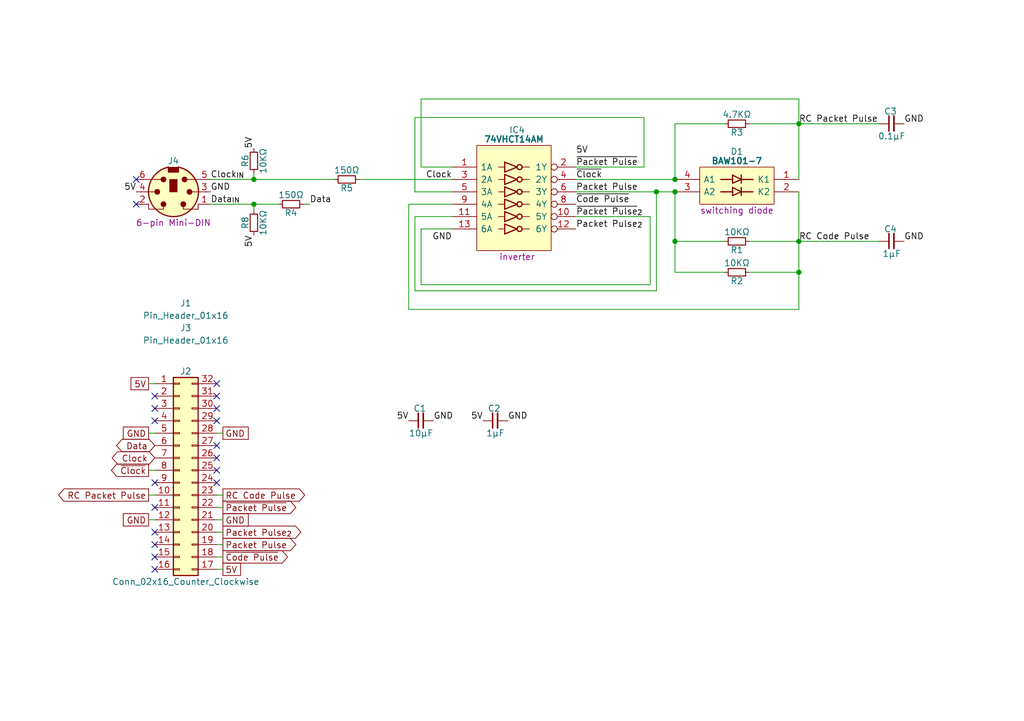
<source format=kicad_sch>
(kicad_sch (version 20250114) (generator "eeschema") (generator_version "9.0")
  (paper "A5")
  (title_block (title "PS2 Timing") (date "2024-02-19") (rev "V1"))
  (lib_symbols
    (symbol "Connector_Generic:Conn_02x16_Counter_Clockwise" (pin_names (offset 1.016) (hide yes))
      (property "Reference" "J" (at 1.27 20.32 0))
      (property "Value" "Conn_02x16_Counter_Clockwise" (at 1.27 -22.86 0))
      (symbol "Conn_02x16_Counter_Clockwise_1_1"
        (rectangle (start -1.27 19.05) (end 3.81 -21.59) (stroke (width 0.254)) (fill (type background)))
        (rectangle (start -1.27 17.907) (end 0 17.653) (stroke (width 0.1524)))
        (rectangle (start -1.27 15.367) (end 0 15.113) (stroke (width 0.1524)))
        (rectangle (start -1.27 12.827) (end 0 12.573) (stroke (width 0.1524)))
        (rectangle (start -1.27 10.287) (end 0 10.033) (stroke (width 0.1524)))
        (rectangle (start -1.27 7.747) (end 0 7.493) (stroke (width 0.1524)))
        (rectangle (start -1.27 5.207) (end 0 4.953) (stroke (width 0.1524)))
        (rectangle (start -1.27 2.667) (end 0 2.413) (stroke (width 0.1524)))
        (rectangle (start -1.27 0.127) (end 0 -0.127) (stroke (width 0.1524)))
        (rectangle (start -1.27 -2.413) (end 0 -2.667) (stroke (width 0.1524)))
        (rectangle (start -1.27 -4.953) (end 0 -5.207) (stroke (width 0.1524)))
        (rectangle (start -1.27 -7.493) (end 0 -7.747) (stroke (width 0.1524)))
        (rectangle (start -1.27 -10.033) (end 0 -10.287) (stroke (width 0.1524)))
        (rectangle (start -1.27 -12.573) (end 0 -12.827) (stroke (width 0.1524)))
        (rectangle (start -1.27 -15.113) (end 0 -15.367) (stroke (width 0.1524)))
        (rectangle (start -1.27 -17.653) (end 0 -17.907) (stroke (width 0.1524)))
        (rectangle (start -1.27 -20.193) (end 0 -20.447) (stroke (width 0.1524)))
        (rectangle (start 3.81 17.907) (end 2.54 17.653) (stroke (width 0.1524)))
        (rectangle (start 3.81 15.367) (end 2.54 15.113) (stroke (width 0.1524)))
        (rectangle (start 3.81 12.827) (end 2.54 12.573) (stroke (width 0.1524)))
        (rectangle (start 3.81 10.287) (end 2.54 10.033) (stroke (width 0.1524)))
        (rectangle (start 3.81 7.747) (end 2.54 7.493) (stroke (width 0.1524)))
        (rectangle (start 3.81 5.207) (end 2.54 4.953) (stroke (width 0.1524)))
        (rectangle (start 3.81 2.667) (end 2.54 2.413) (stroke (width 0.1524)))
        (rectangle (start 3.81 0.127) (end 2.54 -0.127) (stroke (width 0.1524)))
        (rectangle (start 3.81 -2.413) (end 2.54 -2.667) (stroke (width 0.1524)))
        (rectangle (start 3.81 -4.953) (end 2.54 -5.207) (stroke (width 0.1524)))
        (rectangle (start 3.81 -7.493) (end 2.54 -7.747) (stroke (width 0.1524)))
        (rectangle (start 3.81 -10.033) (end 2.54 -10.287) (stroke (width 0.1524)))
        (rectangle (start 3.81 -12.573) (end 2.54 -12.827) (stroke (width 0.1524)))
        (rectangle (start 3.81 -15.113) (end 2.54 -15.367) (stroke (width 0.1524)))
        (rectangle (start 3.81 -17.653) (end 2.54 -17.907) (stroke (width 0.1524)))
        (rectangle (start 3.81 -20.193) (end 2.54 -20.447) (stroke (width 0.1524)))
        (pin passive line (at -5.08 17.78 0) (length 3.81) (name "Pin_1") (number "1"))
        (pin passive line (at -5.08 15.24 0) (length 3.81) (name "Pin_2") (number "2"))
        (pin passive line (at -5.08 12.7 0) (length 3.81) (name "Pin_3") (number "3"))
        (pin passive line (at -5.08 10.16 0) (length 3.81) (name "Pin_4") (number "4"))
        (pin passive line (at -5.08 7.62 0) (length 3.81) (name "Pin_5") (number "5"))
        (pin passive line (at -5.08 5.08 0) (length 3.81) (name "Pin_6") (number "6"))
        (pin passive line (at -5.08 2.54 0) (length 3.81) (name "Pin_7") (number "7"))
        (pin passive line (at -5.08 0 0) (length 3.81) (name "Pin_8") (number "8"))
        (pin passive line (at -5.08 -2.54 0) (length 3.81) (name "Pin_9") (number "9"))
        (pin passive line (at -5.08 -5.08 0) (length 3.81) (name "Pin_10") (number "10"))
        (pin passive line (at -5.08 -7.62 0) (length 3.81) (name "Pin_11") (number "11"))
        (pin passive line (at -5.08 -10.16 0) (length 3.81) (name "Pin_12") (number "12"))
        (pin passive line (at -5.08 -12.7 0) (length 3.81) (name "Pin_13") (number "13"))
        (pin passive line (at -5.08 -15.24 0) (length 3.81) (name "Pin_14") (number "14"))
        (pin passive line (at -5.08 -17.78 0) (length 3.81) (name "Pin_15") (number "15"))
        (pin passive line (at -5.08 -20.32 0) (length 3.81) (name "Pin_16") (number "16"))
        (pin passive line (at 7.62 17.78 180) (length 3.81) (name "Pin_32") (number "32"))
        (pin passive line (at 7.62 15.24 180) (length 3.81) (name "Pin_31") (number "31"))
        (pin passive line (at 7.62 12.7 180) (length 3.81) (name "Pin_30") (number "30"))
        (pin passive line (at 7.62 10.16 180) (length 3.81) (name "Pin_29") (number "29"))
        (pin passive line (at 7.62 7.62 180) (length 3.81) (name "Pin_28") (number "28"))
        (pin passive line (at 7.62 5.08 180) (length 3.81) (name "Pin_27") (number "27"))
        (pin passive line (at 7.62 2.54 180) (length 3.81) (name "Pin_26") (number "26"))
        (pin passive line (at 7.62 0 180) (length 3.81) (name "Pin_25") (number "25"))
        (pin passive line (at 7.62 -2.54 180) (length 3.81) (name "Pin_24") (number "24"))
        (pin passive line (at 7.62 -5.08 180) (length 3.81) (name "Pin_23") (number "23"))
        (pin passive line (at 7.62 -7.62 180) (length 3.81) (name "Pin_22") (number "22"))
        (pin passive line (at 7.62 -10.16 180) (length 3.81) (name "Pin_21") (number "21"))
        (pin passive line (at 7.62 -12.7 180) (length 3.81) (name "Pin_20") (number "20"))
        (pin passive line (at 7.62 -15.24 180) (length 3.81) (name "Pin_19") (number "19"))
        (pin passive line (at 7.62 -17.78 180) (length 3.81) (name "Pin_18") (number "18"))
        (pin passive line (at 7.62 -20.32 180) (length 3.81) (name "Pin_17") (number "17"))
      )
    )
    (symbol "Diodes_Inc:BAW101-7" (pin_names (offset 0.762))
      (property "Reference" "D" (at 12.7 5.715 0))
      (property "Value" "BAW101-7" (at 12.7 3.81 0))
      (property "Description" "switching diode" (at 12.7 -6.35 0))
      (symbol "BAW101-7_0_1"
        (polyline (pts (xy 5.08 2.54) (xy 20.32 2.54) (xy 20.32 -5.08) (xy 5.08 -5.08) (xy 5.08 2.54)) (stroke (width 0.1524)) (fill (type background)))
        (polyline (pts (xy 9.398 0) (xy 11.811 0)) (stroke (width 0.254)))
        (polyline (pts (xy 9.398 -2.54) (xy 11.811 -2.54)) (stroke (width 0.254)))
        (polyline (pts (xy 11.811 0.889) (xy 11.811 -0.762)) (stroke (width 0.254)))
        (polyline (pts (xy 11.811 -1.651) (xy 11.811 -3.302)) (stroke (width 0.254)))
        (polyline (pts (xy 13.589 0.889) (xy 13.589 -0.762) (xy 11.811 0) (xy 13.589 0.889)) (stroke (width 0.254)))
        (polyline (pts (xy 13.589 0) (xy 16.002 0)) (stroke (width 0.254)))
        (polyline (pts (xy 13.589 -1.651) (xy 13.589 -3.302) (xy 11.811 -2.54) (xy 13.589 -1.651)) (stroke (width 0.254)))
        (polyline (pts (xy 13.589 -2.54) (xy 16.002 -2.54)) (stroke (width 0.254)))
      )
      (symbol "BAW101-7_1_0"
        (pin passive line (at 0 0 0) (length 5.08) (name "K1") (number "1"))
        (pin passive line (at 0 -2.54 0) (length 5.08) (name "K2") (number "2"))
        (pin passive line (at 25.4 0 180) (length 5.08) (name "A1") (number "4"))
        (pin passive line (at 25.4 -2.54 180) (length 5.08) (name "A2") (number "3"))
      )
    )
    (symbol "HCP65:C_0805" (pin_numbers (hide yes)) (pin_names (offset 0.254) (hide yes))
      (property "Reference" "C" (at 2.286 2.54 0))
      (property "Value" "?μF" (at 2.54 -2.54 0))
      (symbol "C_0805_0_1"
        (polyline (pts (xy 1.9685 -1.4605) (xy 1.9685 1.5875)) (stroke (width 0.3048)))
        (polyline (pts (xy 2.9845 -1.4605) (xy 2.9845 1.5875)) (stroke (width 0.3302)))
      )
      (symbol "C_0805_1_1"
        (pin passive line (at 0 0 0) (length 2.032) (name "~") (number "1"))
        (pin passive line (at 5.08 0 180) (length 2.032) (name "~") (number "2"))
      )
    )
    (symbol "HCP65:Pin_Header_01x32" (pin_names (offset 1.016) (hide yes))
      (property "Reference" "J" (at 0 1.27 0))
      (property "Value" "Pin_Header_01x32" (at 0 -1.27 0))
    )
    (symbol "ON_Semiconductor:74VHCT14AM" (pin_names (offset 0.762))
      (property "Reference" "IC" (at 12.7 7.62 0))
      (property "Value" "74VHCT14AM" (at 12.7 5.715 0))
      (property "Description" "inverter" (at 13.335 -18.415 0))
      (symbol "74VHCT14AM_0_0"
        (pin input line (at 0 0 0) (length 5.08) (name "1A") (number "1"))
        (pin input line (at 0 -2.54 0) (length 5.08) (name "2A") (number "3"))
        (pin input line (at 0 -5.08 0) (length 5.08) (name "3A") (number "5"))
        (pin input line (at 0 -7.62 0) (length 5.08) (name "4A") (number "9"))
        (pin input line (at 0 -10.16 0) (length 5.08) (name "5A") (number "11"))
        (pin input line (at 0 -12.7 0) (length 5.08) (name "6A") (number "13"))
        (pin passive line (at 0 -15.24 0) (length 5.08) (hide yes) (name "GND") (number "7"))
        (pin passive line (at 25.4 2.54 180) (length 5.08) (hide yes) (name "5V") (number "14"))
        (pin output inverted (at 25.4 0 180) (length 5.08) (name "1Y") (number "2"))
        (pin output inverted (at 25.4 -2.54 180) (length 5.08) (name "2Y") (number "4"))
        (pin output inverted (at 25.4 -5.08 180) (length 5.08) (name "3Y") (number "6"))
        (pin output inverted (at 25.4 -7.62 180) (length 5.08) (name "4Y") (number "8"))
        (pin output inverted (at 25.4 -10.16 180) (length 5.08) (name "5Y") (number "10"))
        (pin output inverted (at 25.4 -12.7 180) (length 5.08) (name "6Y") (number "12"))
      )
      (symbol "74VHCT14AM_0_1"
        (polyline (pts (xy 5.08 4.445) (xy 20.32 4.445) (xy 20.32 -17.145) (xy 5.08 -17.145) (xy 5.08 4.445)) (stroke (width 0.1524)) (fill (type background)))
        (polyline (pts (xy 9.525 0) (xy 10.7949 0)))
        (polyline (pts (xy 9.525 -2.54) (xy 10.7949 -2.54)))
        (polyline (pts (xy 9.525 -5.08) (xy 10.7949 -5.08)))
        (polyline (pts (xy 9.525 -7.62) (xy 10.7949 -7.62)))
        (polyline (pts (xy 9.525 -10.16) (xy 10.7949 -10.16)))
        (polyline (pts (xy 9.525 -12.7) (xy 10.7949 -12.7)))
        (rectangle (start 10.795 1.016) (end 10.795 -1.016) (stroke (width 0.254)) (fill (type background)))
        (polyline (pts (xy 10.795 -1.016) (xy 13.335 0) (xy 10.795 1.016)) (stroke (width 0.254)))
        (rectangle (start 10.795 -1.524) (end 10.795 -3.556) (stroke (width 0.254)) (fill (type background)))
        (polyline (pts (xy 10.795 -3.556) (xy 13.335 -2.54) (xy 10.795 -1.524)) (stroke (width 0.254)))
        (rectangle (start 10.795 -4.064) (end 10.795 -6.096) (stroke (width 0.254)) (fill (type background)))
        (polyline (pts (xy 10.795 -6.096) (xy 13.335 -5.08) (xy 10.795 -4.064)) (stroke (width 0.254)))
        (rectangle (start 10.795 -6.604) (end 10.795 -8.636) (stroke (width 0.254)) (fill (type background)))
        (polyline (pts (xy 10.795 -8.636) (xy 13.335 -7.62) (xy 10.795 -6.604)) (stroke (width 0.254)))
        (rectangle (start 10.795 -9.144) (end 10.795 -11.176) (stroke (width 0.254)) (fill (type background)))
        (polyline (pts (xy 10.795 -11.176) (xy 13.335 -10.16) (xy 10.795 -9.144)) (stroke (width 0.254)))
        (rectangle (start 10.795 -11.684) (end 10.795 -13.716) (stroke (width 0.254)) (fill (type background)))
        (polyline (pts (xy 10.795 -13.716) (xy 13.335 -12.7) (xy 10.795 -11.684)) (stroke (width 0.254)))
        (circle (center 13.843 0) (radius 0.508) (stroke (width 0.254)))
        (circle (center 13.843 -2.54) (radius 0.508) (stroke (width 0.254)))
        (circle (center 13.843 -5.08) (radius 0.508) (stroke (width 0.254)))
        (circle (center 13.843 -7.62) (radius 0.508) (stroke (width 0.254)))
        (circle (center 13.843 -10.16) (radius 0.508) (stroke (width 0.254)))
        (circle (center 13.843 -12.7) (radius 0.508) (stroke (width 0.254)))
        (polyline (pts (xy 14.351 0) (xy 15.875 0)))
        (polyline (pts (xy 14.351 -2.54) (xy 15.875 -2.54)))
        (polyline (pts (xy 14.351 -5.08) (xy 15.875 -5.08)))
        (polyline (pts (xy 14.351 -7.62) (xy 15.875 -7.62)))
        (polyline (pts (xy 14.351 -10.16) (xy 15.875 -10.16)))
        (polyline (pts (xy 14.351 -12.7) (xy 15.875 -12.7)))
      )
    )
    (symbol "RS_Components:TM-0508 A/6" (pin_names (offset 1.016))
      (property "Reference" "J" (at 0 6.35 0))
      (property "Description" "6-pin Mini-DIN" (at 0 -6.35 0))
      (symbol "TM-0508 A/6_0_1"
        (polyline (pts (xy -3.81 0) (xy -5.08 0)))
        (polyline (pts (xy -2.54 2.54) (xy -5.08 2.54)))
        (polyline (pts (xy -2.032 -3.048) (xy -2.032 -3.556) (xy -5.08 -3.556) (xy -5.08 -2.54)))
        (polyline (pts (xy -1.016 5.08) (xy -1.016 4.064) (xy 1.016 4.064) (xy 1.016 5.08)) (stroke (width 0.254)))
        (rectangle (start -1.016 5.0292) (end 1.016 4.064) (fill (type outline)))
        (rectangle (start -0.762 2.54) (end 0.762 0) (fill (type outline)))
        (circle (center 0 0) (radius 5.08) (stroke (width 0.001)) (fill (type background)))
        (arc (start 0 -5.08) (mid -5.0818 -0.4574) (end -1.016 5.08) (stroke (width 0.254)))
        (arc (start 1.016 5.08) (mid 5.1295 -0.4622) (end 0 -5.08) (stroke (width 0.254)))
        (polyline (pts (xy 2.032 -3.048) (xy 2.032 -3.556) (xy 5.08 -3.556) (xy 5.08 -2.54)))
        (polyline (pts (xy 2.794 2.54) (xy 5.08 2.54)))
        (polyline (pts (xy 5.08 0) (xy 3.81 0)))
      )
      (symbol "TM-0508 A/6_1_1"
        (circle (center -3.302 0) (radius 0.508) (fill (type outline)))
        (circle (center -2.032 2.54) (radius 0.508) (fill (type outline)))
        (circle (center -2.032 -2.54) (radius 0.508) (fill (type outline)))
        (circle (center 2.032 -2.54) (radius 0.508) (fill (type outline)))
        (circle (center 2.286 2.54) (radius 0.508) (fill (type outline)))
        (circle (center 3.302 0) (radius 0.508) (fill (type outline)))
        (pin passive line (at -7.62 2.54 0) (length 2.54) (name "~") (number "6"))
        (pin passive line (at -7.62 0 0) (length 2.54) (name "~") (number "4"))
        (pin passive line (at -7.62 -2.54 0) (length 2.54) (name "~") (number "2"))
        (pin passive line (at 7.62 2.54 180) (length 2.54) (name "~") (number "5"))
        (pin passive line (at 7.62 0 180) (length 2.54) (name "~") (number "3"))
        (pin passive line (at 7.62 -2.54 180) (length 2.54) (name "~") (number "1"))
      )
    )
    (symbol "R_0805_1" (pin_numbers (hide yes)) (pin_names (hide yes))
      (property "Reference" "R" (at 2.54 1.778 0))
      (property "Value" "?Ω" (at 2.54 -1.905 0))
      (symbol "R_0805_1_0_1"
        (rectangle (start 0.762 0.762) (end 4.318 -0.762) (stroke (width 0.2032)))
      )
      (symbol "R_0805_1_1_1"
        (pin passive line (at 0 0 0) (length 0.72) (name "~") (number "1"))
        (pin passive line (at 5.08 0 180) (length 0.72) (name "~") (number "2"))
      )
    )
  )
  (junction (at 163.83 49.53))
  (junction (at 138.43 36.83))
  (junction (at 163.83 55.88))
  (junction (at 138.43 39.37))
  (junction (at 52.07 41.91))
  (junction (at 134.62 39.37))
  (junction (at 52.07 36.83))
  (junction (at 163.83 25.4))
  (junction (at 138.43 49.53))
  (no_connect (at 31.75 111.76))
  (no_connect (at 31.75 83.82))
  (no_connect (at 27.94 41.91))
  (no_connect (at 44.45 93.98))
  (no_connect (at 44.45 78.74))
  (no_connect (at 44.45 91.44))
  (no_connect (at 31.75 109.22))
  (no_connect (at 31.75 116.84))
  (no_connect (at 31.75 81.28))
  (no_connect (at 44.45 86.36))
  (no_connect (at 31.75 86.36))
  (no_connect (at 44.45 83.82))
  (no_connect (at 31.75 104.14))
  (no_connect (at 44.45 99.06))
  (no_connect (at 44.45 81.28))
  (no_connect (at 31.75 114.3))
  (no_connect (at 31.75 99.06))
  (no_connect (at 27.94 36.83))
  (no_connect (at 44.45 96.52))
  (wire (pts (xy 30.48 101.6) (xy 31.75 101.6)))
  (wire (pts (xy 133.35 44.45) (xy 133.35 58.42)))
  (wire (pts (xy 148.59 25.4) (xy 138.43 25.4)))
  (wire (pts (xy 85.09 39.37) (xy 92.71 39.37)))
  (wire (pts (xy 153.67 25.4) (xy 163.83 25.4)))
  (wire (pts (xy 30.48 96.52) (xy 31.75 96.52)))
  (wire (pts (xy 138.43 25.4) (xy 138.43 36.83)))
  (wire (pts (xy 45.72 109.22) (xy 44.45 109.22)))
  (wire (pts (xy 30.48 78.74) (xy 31.75 78.74)))
  (wire (pts (xy 163.83 55.88) (xy 163.83 63.5)))
  (wire (pts (xy 83.82 41.91) (xy 92.71 41.91)))
  (wire (pts (xy 63.5 41.91) (xy 62.23 41.91)))
  (wire (pts (xy 85.09 59.69) (xy 134.62 59.69)))
  (wire (pts (xy 163.83 39.37) (xy 163.83 49.53)))
  (wire (pts (xy 45.72 88.9) (xy 44.45 88.9)))
  (wire (pts (xy 86.36 46.99) (xy 92.71 46.99)))
  (wire (pts (xy 163.83 49.53) (xy 153.67 49.53)))
  (wire (pts (xy 86.36 58.42) (xy 86.36 46.99)))
  (wire (pts (xy 153.67 55.88) (xy 163.83 55.88)))
  (wire (pts (xy 92.71 44.45) (xy 85.09 44.45)))
  (wire (pts (xy 133.35 58.42) (xy 86.36 58.42)))
  (wire (pts (xy 43.18 41.91) (xy 52.07 41.91)))
  (wire (pts (xy 45.72 101.6) (xy 44.45 101.6)))
  (wire (pts (xy 86.36 20.32) (xy 86.36 34.29)))
  (wire (pts (xy 163.83 25.4) (xy 163.83 36.83)))
  (wire (pts (xy 52.07 41.91) (xy 57.15 41.91)))
  (wire (pts (xy 118.11 36.83) (xy 138.43 36.83)))
  (wire (pts (xy 45.72 106.68) (xy 44.45 106.68)))
  (wire (pts (xy 85.09 24.13) (xy 85.09 39.37)))
  (wire (pts (xy 73.66 36.83) (xy 92.71 36.83)))
  (wire (pts (xy 52.07 36.83) (xy 68.58 36.83)))
  (wire (pts (xy 138.43 55.88) (xy 138.43 49.53)))
  (wire (pts (xy 134.62 39.37) (xy 138.43 39.37)))
  (wire (pts (xy 118.11 34.29) (xy 132.08 34.29)))
  (wire (pts (xy 118.11 39.37) (xy 134.62 39.37)))
  (wire (pts (xy 45.72 116.84) (xy 44.45 116.84)))
  (wire (pts (xy 163.83 20.32) (xy 86.36 20.32)))
  (wire (pts (xy 43.18 36.83) (xy 52.07 36.83)))
  (wire (pts (xy 85.09 44.45) (xy 85.09 59.69)))
  (wire (pts (xy 83.82 63.5) (xy 83.82 41.91)))
  (wire (pts (xy 45.72 111.76) (xy 44.45 111.76)))
  (wire (pts (xy 163.83 63.5) (xy 83.82 63.5)))
  (wire (pts (xy 86.36 34.29) (xy 92.71 34.29)))
  (wire (pts (xy 45.72 104.14) (xy 44.45 104.14)))
  (wire (pts (xy 30.48 106.68) (xy 31.75 106.68)))
  (wire (pts (xy 163.83 55.88) (xy 163.83 49.53)))
  (wire (pts (xy 52.07 41.91) (xy 52.07 43.18)))
  (wire (pts (xy 138.43 49.53) (xy 148.59 49.53)))
  (wire (pts (xy 30.48 88.9) (xy 31.75 88.9)))
  (wire (pts (xy 163.83 25.4) (xy 180.34 25.4)))
  (wire (pts (xy 138.43 39.37) (xy 138.43 49.53)))
  (wire (pts (xy 163.83 25.4) (xy 163.83 20.32)))
  (wire (pts (xy 52.07 35.56) (xy 52.07 36.83)))
  (wire (pts (xy 45.72 114.3) (xy 44.45 114.3)))
  (wire (pts (xy 132.08 24.13) (xy 132.08 34.29)))
  (wire (pts (xy 134.62 59.69) (xy 134.62 39.37)))
  (wire (pts (xy 148.59 55.88) (xy 138.43 55.88)))
  (wire (pts (xy 132.08 24.13) (xy 85.09 24.13)))
  (wire (pts (xy 163.83 49.53) (xy 180.34 49.53)))
  (wire (pts (xy 118.11 44.45) (xy 133.35 44.45)))
  (label "RC Packet Pulse" (at 163.83 25.4 0))
  (label "Data" (at 63.5 41.91 0))
  (label "Data_{IN}" (at 43.18 41.91 0))
  (label "GND" (at 104.14 86.36 0))
  (label "GND" (at 92.71 49.53 180))
  (label "5V" (at 52.07 48.26 270))
  (label "GND" (at 185.42 49.53 0))
  (label "5V" (at 52.07 30.48 90))
  (label "5V" (at 27.94 39.37 180))
  (label "~{Packet Pulse}" (at 118.11 34.29 0))
  (label "~{Packet Pulse}_{2}" (at 118.11 44.45 0))
  (label "Packet Pulse" (at 118.11 39.37 0))
  (label "5V" (at 99.06 86.36 180))
  (label "~{Code Pulse}" (at 118.11 41.91 0))
  (label "~{Clock}" (at 118.11 36.83 0))
  (label "Clock_{IN}" (at 43.18 36.83 0))
  (label "GND" (at 88.9 86.36 0))
  (label "5V" (at 83.82 86.36 180))
  (label "Clock" (at 92.71 36.83 180))
  (label "5V" (at 118.11 31.75 0))
  (label "GND" (at 43.18 39.37 0))
  (label "RC Code Pulse" (at 163.83 49.53 0))
  (label "GND" (at 185.42 25.4 0))
  (label "Packet Pulse_{2}" (at 118.11 46.99 0))
  (global_label "~{Packet Pulse}" (shape output) (at 45.72 104.14 0) (property "Intersheetrefs" "${INTERSHEET_REFS}" (effects (hide yes))))
  (global_label "~{Clock}" (shape output) (at 30.48 96.52 180) (property "Intersheetrefs" "${INTERSHEET_REFS}" (effects (hide yes))))
  (global_label "Clock" (shape bidirectional) (at 31.75 93.98 180) (property "Intersheetrefs" "${INTERSHEET_REFS}" (effects (hide yes))))
  (global_label "Packet Pulse_{2}" (shape output) (at 45.72 109.22 0) (property "Intersheetrefs" "${INTERSHEET_REFS}" (effects (hide yes))))
  (global_label "RC Packet Pulse" (shape output) (at 30.48 101.6 180) (property "Intersheetrefs" "${INTERSHEET_REFS}" (effects (hide yes))))
  (global_label "5V" (shape passive) (at 45.72 116.84 0) (property "Intersheetrefs" "${INTERSHEET_REFS}" (effects (hide yes))))
  (global_label "Packet Pulse" (shape output) (at 45.72 111.76 0) (property "Intersheetrefs" "${INTERSHEET_REFS}" (effects (hide yes))))
  (global_label "GND" (shape passive) (at 45.72 106.68 0) (property "Intersheetrefs" "${INTERSHEET_REFS}" (effects (hide yes))))
  (global_label "Data" (shape bidirectional) (at 31.75 91.44 180) (property "Intersheetrefs" "${INTERSHEET_REFS}" (effects (hide yes))))
  (global_label "GND" (shape passive) (at 30.48 88.9 180) (property "Intersheetrefs" "${INTERSHEET_REFS}" (effects (hide yes))))
  (global_label "GND" (shape passive) (at 30.48 106.68 180) (property "Intersheetrefs" "${INTERSHEET_REFS}" (effects (hide yes))))
  (global_label "RC Code Pulse" (shape output) (at 45.72 101.6 0) (property "Intersheetrefs" "${INTERSHEET_REFS}" (effects (hide yes))))
  (global_label "GND" (shape passive) (at 45.72 88.9 0) (property "Intersheetrefs" "${INTERSHEET_REFS}" (effects (hide yes))))
  (global_label "~{Code Pulse}" (shape output) (at 45.72 114.3 0) (property "Intersheetrefs" "${INTERSHEET_REFS}" (effects (hide yes))))
  (global_label "5V" (shape passive) (at 30.48 78.74 180) (property "Intersheetrefs" "${INTERSHEET_REFS}" (effects (hide yes))))
  (symbol (lib_id "HCP65:Pin_Header_01x32") (at 38.1 68.58 0) (unit 1)
    (property "Reference" "J3" (at 38.1 67.31 0))
    (property "Value" "Pin_Header_01x16" (at 38.1 69.85 0))
    (property "Footprint" "SamacSys_Parts:PinHeader_1x16_P2.54mm_Vertical" (effects (hide yes)))
  )
  (symbol (lib_id "HCP65:C_0805") (at 180.34 49.53 0) (unit 1)
    (property "Reference" "C4" (at 182.626 46.99 0))
    (property "Value" "1μF" (at 182.88 52.07 0))
    (property "Footprint" "SamacSys_Parts:C_0805" (effects (hide yes)))
  )
  (symbol (lib_name "R_0805_1") (lib_id "HCP65:R_0805") (at 52.07 43.18 90) (mirror x) (unit 1)
    (property "Reference" "R8" (at 50.292 45.72 0))
    (property "Value" "10KΩ" (at 53.975 45.72 0))
    (property "Footprint" "SamacSys_Parts:R_0805" (effects (hide yes)))
  )
  (symbol (lib_name "R_0805_1") (lib_id "HCP65:R_0805") (at 68.58 36.83 0) (mirror x) (unit 1)
    (property "Reference" "R5" (at 71.12 38.608 0))
    (property "Value" "150Ω" (at 71.12 34.925 0))
    (property "Footprint" "SamacSys_Parts:R_0805" (effects (hide yes)))
  )
  (symbol (lib_id "HCP65:C_0805") (at 99.06 86.36 0) (unit 1)
    (property "Reference" "C2" (at 101.346 83.82 0))
    (property "Value" "1μF" (at 101.6 88.9 0))
    (property "Footprint" "SamacSys_Parts:C_0805" (effects (hide yes)))
  )
  (symbol (lib_id "ON_Semiconductor:74VHCT14AM") (at 92.71 34.29 0) (unit 1)
    (property "Reference" "IC4" (at 106.045 26.67 0))
    (property "Value" "74VHCT14AM" (at 105.41 28.575 0) (effects (font (bold yes))))
    (property "Footprint" "SamacSys_Parts:SOIC127P600X175-14N" (effects (hide yes)))
    (property "Datasheet" "https://docs.rs-online.com/5e2e/0900766b812cf5b5.pdf" (effects (hide yes)))
    (property "Description" "inverter" (at 106.045 52.705 0))
    (property "Height" "1.75" (effects (hide yes)))
    (property "Manufacturer_Name" "onsemi" (effects (hide yes)))
    (property "Manufacturer_Part_Number" "74VHCT14AM" (effects (hide yes)))
    (property "Mouser Part Number" "512-74VHCT14AM" (effects (hide yes)))
    (property "Mouser Price/Stock" "https://www.mouser.com/Search/Refine.aspx?Keyword=512-74VHCT14AM" (effects (hide yes)))
    (property "Silkscreen" "74VHCT14" (effects (hide yes)))
  )
  (symbol (lib_name "R_0805_1") (lib_id "HCP65:R_0805") (at 148.59 25.4 0) (mirror x) (unit 1)
    (property "Reference" "R3" (at 151.13 27.178 0))
    (property "Value" "4.7KΩ" (at 151.13 23.495 0))
    (property "Footprint" "SamacSys_Parts:R_0805" (effects (hide yes)))
  )
  (symbol (lib_id "HCP65:C_0805") (at 180.34 25.4 0) (unit 1)
    (property "Reference" "C3" (at 182.626 22.86 0))
    (property "Value" "0.1μF" (at 182.88 27.94 0))
    (property "Footprint" "SamacSys_Parts:C_0805" (effects (hide yes)))
  )
  (symbol (lib_name "R_0805_1") (lib_id "HCP65:R_0805") (at 148.59 49.53 0) (mirror x) (unit 1)
    (property "Reference" "R1" (at 151.13 51.308 0))
    (property "Value" "10KΩ" (at 151.13 47.625 0))
    (property "Footprint" "SamacSys_Parts:R_0805" (effects (hide yes)))
  )
  (symbol (lib_name "R_0805_1") (lib_id "HCP65:R_0805") (at 148.59 55.88 0) (mirror x) (unit 1)
    (property "Reference" "R2" (at 151.13 57.658 0))
    (property "Value" "10KΩ" (at 151.13 53.975 0))
    (property "Footprint" "SamacSys_Parts:R_0805" (effects (hide yes)))
  )
  (symbol (lib_id "RS_Components:TM-0508 A/6") (at 35.56 39.37 0) (unit 1)
    (property "Reference" "J4" (at 35.56 33.02 0))
    (property "Value" "TM-0508 A/6" (effects (hide yes)))
    (property "Footprint" "SamacSys_Parts:TM0508A6" (effects (hide yes)))
    (property "Datasheet" "https://docs.rs-online.com/a0fe/0900766b80569878.pdf" (effects (hide yes)))
    (property "Description" "6-pin Mini-DIN" (at 35.56 45.72 0))
  )
  (symbol (lib_id "Connector_Generic:Conn_02x16_Counter_Clockwise") (at 36.83 96.52 0) (unit 1)
    (property "Reference" "J2" (at 38.1 76.2 0))
    (property "Value" "Conn_02x16_Counter_Clockwise" (at 38.1 119.38 0))
    (property "Footprint" "SamacSys_Parts:DIP-32_Board_W22.86mm" (effects (hide yes)))
    (property "Description" "Generic connector, double row, 02x16, counter clockwise pin numbering scheme (similar to DIP package numbering), script generated (kicad-library-utils/schlib/autogen/connector/)" (effects (hide yes)))
  )
  (symbol (lib_id "Diodes_Inc:BAW101-7") (at 163.83 36.83 0) (mirror y) (unit 1)
    (property "Reference" "D1" (at 151.13 31.115 0))
    (property "Value" "BAW101-7" (at 151.13 33.02 0) (effects (font (bold yes))))
    (property "Footprint" "SamacSys_Parts:BAW1017" (effects (hide yes)))
    (property "Datasheet" "https://www.diodes.com/assets/Datasheets/ds32092.pdf" (effects (hide yes)))
    (property "Description" "switching diode" (at 151.13 43.18 0))
    (property "Height" "1.1" (effects (hide yes)))
    (property "Manufacturer_Name" "Diodes Inc." (effects (hide yes)))
    (property "Manufacturer_Part_Number" "BAW101-7" (effects (hide yes)))
    (property "Mouser Part Number" "621-BAW101-7" (effects (hide yes)))
    (property "Mouser Price/Stock" "https://www.mouser.co.uk/ProductDetail/Diodes-Incorporated/BAW101-7?qs=Z9twEOuL%252B%2FJUG2KvlWQJTQ%3D%3D" (effects (hide yes)))
    (property "Arrow Part Number" "BAW101-7" (effects (hide yes)))
    (property "Arrow Price/Stock" "https://www.arrow.com/en/products/baw101-7/diodes-incorporated?region=nac" (effects (hide yes)))
    (property "Garbage" "Diodes Inc BAW101-7, Quad SMT Switching Diode, 2x Series Pair, 300V 250mA, 50ns, 4-Pin SOT-143" (effects (hide yes)))
  )
  (symbol (lib_name "R_0805_1") (lib_id "HCP65:R_0805") (at 52.07 35.56 90) (unit 1)
    (property "Reference" "R6" (at 50.292 33.02 0))
    (property "Value" "10KΩ" (at 53.975 33.02 0))
    (property "Footprint" "SamacSys_Parts:R_0805" (effects (hide yes)))
  )
  (symbol (lib_name "R_0805_1") (lib_id "HCP65:R_0805") (at 57.15 41.91 0) (mirror x) (unit 1)
    (property "Reference" "R4" (at 59.69 43.688 0))
    (property "Value" "150Ω" (at 59.69 40.005 0))
    (property "Footprint" "SamacSys_Parts:R_0805" (effects (hide yes)))
  )
  (symbol (lib_id "HCP65:C_0805") (at 83.82 86.36 0) (unit 1)
    (property "Reference" "C1" (at 86.106 83.82 0))
    (property "Value" "10μF" (at 86.36 88.9 0))
    (property "Footprint" "SamacSys_Parts:C_0805" (effects (hide yes)))
  )
  (symbol (lib_id "HCP65:Pin_Header_01x32") (at 38.1 63.5 0) (mirror y) (unit 1)
    (property "Reference" "J1" (at 38.1 62.23 0))
    (property "Value" "Pin_Header_01x16" (at 38.1 64.77 0))
    (property "Footprint" "SamacSys_Parts:PinHeader_1x16_P2.54mm_Vertical" (effects (hide yes)))
  )
)
</source>
